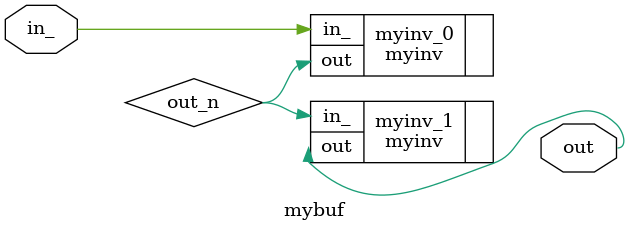
<source format=v>
`include "myinv.v"

module mybuf(
    input in_,
    output out
);

    wire out_n;

    myinv myinv_0 (.in_(in_), .out(out_n));
    myinv myinv_1 (.in_(out_n), .out(out));

endmodule

</source>
